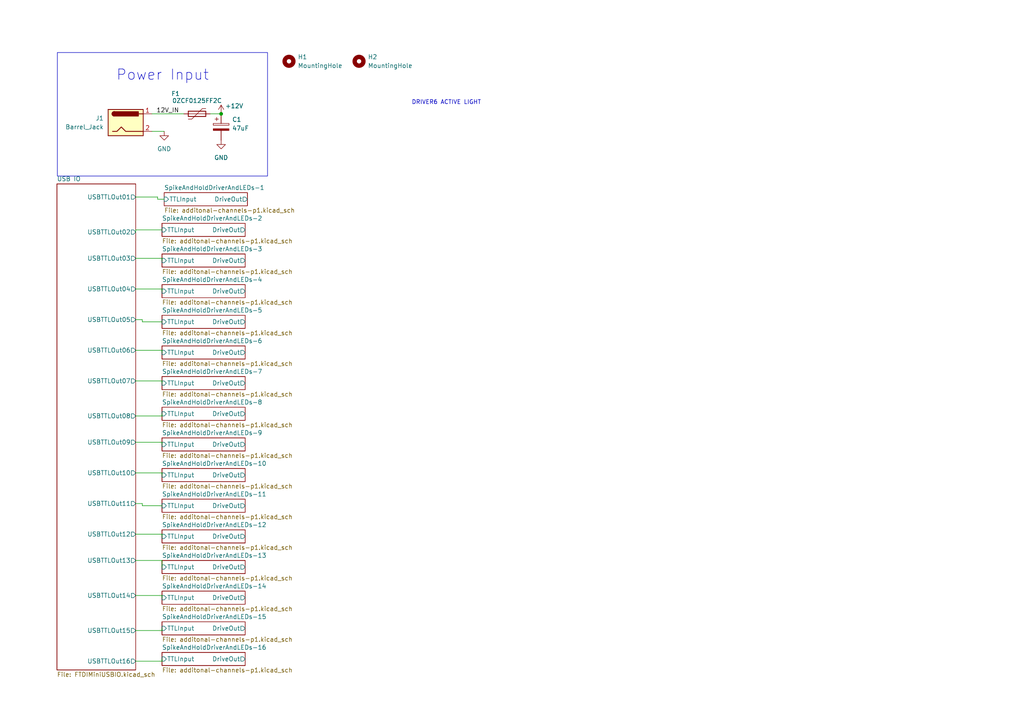
<source format=kicad_sch>
(kicad_sch (version 20231120) (generator "eeschema") (generator_version "8.0")
  (paper "A4")
  (title_block (title "16 Channel PWM Solenoid Driver - USB") (date "2024-06-12") (rev "3") (company "Boston University"))
  (lib_symbols
    (symbol "Connector:Barrel_Jack" (pin_names (offset 1.016))
      (property "Reference" "J" (at 0 5.334 0))
      (property "Value" "Barrel_Jack" (at 0 -5.08 0))
      (symbol "Barrel_Jack_0_1"
        (rectangle (start -5.08 3.81) (end 5.08 -3.81) (stroke (width 0.254)) (fill (type background)))
        (arc (start -3.302 3.175) (mid -3.9343 2.54) (end -3.302 1.905) (stroke (width 0.254)))
        (arc (start -3.302 3.175) (mid -3.9343 2.54) (end -3.302 1.905) (stroke (width 0.254)) (fill (type outline)))
        (polyline (pts (xy 5.08 2.54) (xy 3.81 2.54)) (stroke (width 0.254)))
        (polyline (pts (xy -3.81 -2.54) (xy -2.54 -2.54) (xy -1.27 -1.27) (xy 0 -2.54) (xy 2.54 -2.54) (xy 5.08 -2.54)) (stroke (width 0.254)))
        (rectangle (start 3.683 3.175) (end -3.302 1.905) (stroke (width 0.254)) (fill (type outline)))
      )
      (symbol "Barrel_Jack_1_1"
        (pin passive line (at 7.62 2.54 180) (length 2.54) (name "~") (number "1"))
        (pin passive line (at 7.62 -2.54 180) (length 2.54) (name "~") (number "2"))
      )
    )
    (symbol "Device:C_Polarized" (pin_numbers hide) (pin_names (offset 0.254))
      (property "Reference" "C" (at 0.635 2.54 0))
      (property "Value" "C_Polarized" (at 0.635 -2.54 0))
      (symbol "C_Polarized_0_1"
        (rectangle (start -2.286 0.508) (end 2.286 1.016))
        (polyline (pts (xy -1.778 2.286) (xy -0.762 2.286)))
        (polyline (pts (xy -1.27 2.794) (xy -1.27 1.778)))
        (rectangle (start 2.286 -0.508) (end -2.286 -1.016) (fill (type outline)))
      )
      (symbol "C_Polarized_1_1"
        (pin passive line (at 0 3.81 270) (length 2.794) (name "~") (number "1"))
        (pin passive line (at 0 -3.81 90) (length 2.794) (name "~") (number "2"))
      )
    )
    (symbol "Device:Polyfuse" (pin_numbers hide) (pin_names (offset 0))
      (property "Reference" "F" (at -2.54 0 90))
      (property "Value" "Polyfuse" (at 2.54 0 90))
      (symbol "Polyfuse_0_1"
        (rectangle (start -0.762 2.54) (end 0.762 -2.54) (stroke (width 0.254)))
        (polyline (pts (xy 0 2.54) (xy 0 -2.54)))
        (polyline (pts (xy -1.524 2.54) (xy -1.524 1.524) (xy 1.524 -1.524) (xy 1.524 -2.54)))
      )
      (symbol "Polyfuse_1_1"
        (pin passive line (at 0 3.81 270) (length 1.27) (name "~") (number "1"))
        (pin passive line (at 0 -3.81 90) (length 1.27) (name "~") (number "2"))
      )
    )
    (symbol "Mechanical:MountingHole" (pin_names (offset 1.016))
      (property "Reference" "H" (at 0 5.08 0))
      (property "Value" "MountingHole" (at 0 3.175 0))
      (symbol "MountingHole_0_1"
        (circle (center 0 0) (radius 1.27) (stroke (width 1.27)))
      )
    )
    (symbol "power:+12V" (power) (pin_names (offset 0))
      (property "Value" "+12V" (at 0 3.556 0))
      (symbol "+12V_0_1"
        (polyline (pts (xy -0.762 1.27) (xy 0 2.54)))
        (polyline (pts (xy 0 0) (xy 0 2.54)))
        (polyline (pts (xy 0 2.54) (xy 0.762 1.27)))
      )
      (symbol "+12V_1_1"
        (pin power_in line (at 0 0 90) (length 0) hide (name "+12V") (number "1"))
      )
    )
    (symbol "power:GND" (power) (pin_names (offset 0))
      (property "Value" "GND" (at 0 -3.81 0))
      (symbol "GND_0_1"
        (polyline (pts (xy 0 0) (xy 0 -1.27) (xy 1.27 -1.27) (xy 0 -2.54) (xy -1.27 -1.27) (xy 0 -1.27)))
      )
      (symbol "GND_1_1"
        (pin power_in line (at 0 0 270) (length 0) hide (name "GND") (number "1"))
      )
    )
  )
  (junction (at 64.135 33.02))
  (wire (pts (xy 39.37 137.16) (xy 46.99 137.16)))
  (wire (pts (xy 39.37 128.27) (xy 46.99 128.27)))
  (wire (pts (xy 46.99 128.27) (xy 46.99 128.905)))
  (wire (pts (xy 39.37 172.72) (xy 46.99 172.72)))
  (wire (pts (xy 46.99 120.65) (xy 46.99 120.015)))
  (wire (pts (xy 39.37 66.675) (xy 39.37 67.31)))
  (wire (pts (xy 39.37 162.56) (xy 46.99 162.56)))
  (wire (pts (xy 39.37 146.05) (xy 41.275 146.05)))
  (wire (pts (xy 46.99 83.82) (xy 46.99 84.455)))
  (wire (pts (xy 39.37 110.49) (xy 46.99 110.49)))
  (wire (pts (xy 46.99 137.16) (xy 46.99 137.795)))
  (wire (pts (xy 41.275 92.71) (xy 41.275 93.345)))
  (wire (pts (xy 46.99 74.93) (xy 46.99 75.565)))
  (wire (pts (xy 46.99 101.6) (xy 46.99 102.235)))
  (wire (pts (xy 39.37 83.82) (xy 46.99 83.82)))
  (wire (pts (xy 46.99 162.56) (xy 46.99 164.465)))
  (wire (pts (xy 46.99 172.72) (xy 46.99 173.355)))
  (wire (pts (xy 45.72 57.785) (xy 47.625 57.785)))
  (wire (pts (xy 45.72 57.15) (xy 39.37 57.15)))
  (wire (pts (xy 39.37 154.94) (xy 46.99 154.94)))
  (wire (pts (xy 41.275 146.685) (xy 46.99 146.685)))
  (wire (pts (xy 44.069 33.02) (xy 53.34 33.02)))
  (wire (pts (xy 39.37 182.88) (xy 46.99 182.88)))
  (wire (pts (xy 46.99 154.94) (xy 46.99 155.575)))
  (wire (pts (xy 46.99 66.675) (xy 39.37 66.675)))
  (wire (pts (xy 39.37 191.77) (xy 46.99 191.77)))
  (wire (pts (xy 60.96 33.02) (xy 64.135 33.02)))
  (wire (pts (xy 39.37 74.93) (xy 46.99 74.93)))
  (wire (pts (xy 41.275 93.345) (xy 46.99 93.345)))
  (wire (pts (xy 46.99 110.49) (xy 46.99 111.125)))
  (wire (pts (xy 46.99 191.77) (xy 46.99 191.135)))
  (wire (pts (xy 41.275 146.05) (xy 41.275 146.685)))
  (wire (pts (xy 39.37 92.71) (xy 41.275 92.71)))
  (wire (pts (xy 46.99 182.88) (xy 46.99 182.245)))
  (wire (pts (xy 39.37 101.6) (xy 46.99 101.6)))
  (wire (pts (xy 39.37 120.65) (xy 46.99 120.65)))
  (wire (pts (xy 45.72 57.785) (xy 45.72 57.15)))
  (wire (pts (xy 44.069 38.1) (xy 47.625 38.1)))
  (rectangle (start 16.637 15.24) (end 77.597 51.054))
  (text "Power Input" (at 33.655 23.622 0) (effects (font (size 3 3)) (justify left bottom)))
  (text "DRIVER6 ACTIVE LIGHT" (at 119.38 30.48 0) (effects (font (size 1.2 1.2)) (justify left bottom)))
  (label "12V_IN" (at 45.339 33.02 0))
  (symbol (lib_id "Device:C_Polarized") (at 64.135 36.83 0) (unit 1)
    (property "Reference" "C1" (at 67.31 34.6709 0) (effects (justify left)))
    (property "Value" "47uF" (at 67.31 37.2109 0) (effects (justify left)))
    (property "Footprint" "Capacitor_Tantalum_SMD:CP_EIA-7343-43_Kemet-X_Pad2.25x2.55mm_HandSolder" (effects (hide yes)))
    (property "PartNum" "T491X476K035AT" (effects (hide yes)))
    (property "Mfg" "Kemet" (effects (hide yes)))
  )
  (symbol (lib_id "power:+12V") (at 64.135 33.02 0) (unit 1)
    (property "Reference" "#PWR01" (effects (hide yes)))
    (property "Value" "+12V" (at 67.945 30.734 0))
  )
  (symbol (lib_id "power:GND") (at 47.625 38.1 0) (unit 1)
    (property "Reference" "#PWR02" (effects (hide yes)))
    (property "Value" "GND" (at 47.625 43.18 0))
  )
  (symbol (lib_id "Connector:Barrel_Jack") (at 36.449 35.56 0) (unit 1)
    (property "Reference" "J1" (at 30.099 34.29 0) (effects (justify right)))
    (property "Value" "Barrel_Jack" (at 30.099 36.83 0) (effects (justify right)))
    (property "Footprint" "Connector_BarrelJack:BarrelJack_CUI_PJ-063AH_Horizontal" (effects (hide yes)))
    (property "PartNum" "PJ-063AH" (effects (hide yes)))
    (property "Mfg" "CUI" (effects (hide yes)))
  )
  (symbol (lib_id "Mechanical:MountingHole") (at 83.82 17.78 0) (unit 1)
    (property "Reference" "H1" (at 86.36 16.51 0) (effects (justify left)))
    (property "Value" "MountingHole" (at 86.36 19.05 0) (effects (justify left)))
    (property "Footprint" "MountingHole:MountingHole_2.2mm_M2_Pad" (effects (hide yes)))
  )
  (symbol (lib_id "Mechanical:MountingHole") (at 104.14 17.78 0) (unit 1)
    (property "Reference" "H2" (at 106.68 16.51 0) (effects (justify left)))
    (property "Value" "MountingHole" (at 106.68 19.05 0) (effects (justify left)))
    (property "Footprint" "MountingHole:MountingHole_2.2mm_M2_Pad" (effects (hide yes)))
  )
  (symbol (lib_id "Device:Polyfuse") (at 57.15 33.02 90) (unit 1)
    (property "Reference" "F1" (at 50.927 27.178 90))
    (property "Value" "0ZCF0125FF2C" (at 57.15 29.21 90))
    (property "Footprint" "Fuse:Fuse_2920_7451Metric" (effects (hide yes)))
    (property "PartNum" "0ZCF0125FF2C" (effects (hide yes)))
    (property "Mfg" "Bel Fuse" (effects (hide yes)))
  )
  (symbol (lib_id "power:GND") (at 64.135 40.64 0) (unit 1)
    (property "Reference" "#PWR03" (effects (hide yes)))
    (property "Value" "GND" (at 64.135 45.72 0))
  )
  (sheet (at 46.99 189.23) (size 24.13 3.81) (stroke (width 0.1524))
    (property "Sheetname" "SpikeAndHoldDriverAndLEDs-16" (at 46.99 188.5184 0) (effects (justify left bottom)))
    (property "Sheetfile" "additonal-channels-p1.kicad_sch" (at 46.99 193.6246 0) (effects (justify left top)))
    (pin "DriveOut" output (at 71.12 191.135 0))
    (pin "TTLInput" input (at 46.99 191.135 180))
  )
  (sheet (at 46.99 100.33) (size 24.13 3.81) (stroke (width 0.1524))
    (property "Sheetname" "SpikeAndHoldDriverAndLEDs-6" (at 46.99 99.6184 0) (effects (justify left bottom)))
    (property "Sheetfile" "additonal-channels-p1.kicad_sch" (at 46.99 104.7246 0) (effects (justify left top)))
    (pin "DriveOut" output (at 71.12 102.235 0))
    (pin "TTLInput" input (at 46.99 102.235 180))
  )
  (sheet (at 46.99 109.22) (size 24.13 3.81) (stroke (width 0.1524))
    (property "Sheetname" "SpikeAndHoldDriverAndLEDs-7" (at 46.99 108.5084 0) (effects (justify left bottom)))
    (property "Sheetfile" "additonal-channels-p1.kicad_sch" (at 46.99 113.6146 0) (effects (justify left top)))
    (pin "DriveOut" output (at 71.12 111.125 0))
    (pin "TTLInput" input (at 46.99 111.125 180))
  )
  (sheet (at 46.99 144.78) (size 24.13 3.81) (stroke (width 0.1524))
    (property "Sheetname" "SpikeAndHoldDriverAndLEDs-11" (at 46.99 144.0684 0) (effects (justify left bottom)))
    (property "Sheetfile" "additonal-channels-p1.kicad_sch" (at 46.99 149.1746 0) (effects (justify left top)))
    (pin "DriveOut" output (at 71.12 146.685 0))
    (pin "TTLInput" input (at 46.99 146.685 180))
  )
  (sheet (at 46.99 171.45) (size 24.13 3.81) (stroke (width 0.1524))
    (property "Sheetname" "SpikeAndHoldDriverAndLEDs-14" (at 46.99 170.7384 0) (effects (justify left bottom)))
    (property "Sheetfile" "additonal-channels-p1.kicad_sch" (at 46.99 175.8446 0) (effects (justify left top)))
    (pin "DriveOut" output (at 71.12 173.355 0))
    (pin "TTLInput" input (at 46.99 173.355 180))
  )
  (sheet (at 46.99 135.89) (size 24.13 3.81) (stroke (width 0.1524))
    (property "Sheetname" "SpikeAndHoldDriverAndLEDs-10" (at 46.99 135.1784 0) (effects (justify left bottom)))
    (property "Sheetfile" "additonal-channels-p1.kicad_sch" (at 46.99 140.2846 0) (effects (justify left top)))
    (pin "DriveOut" output (at 71.12 137.795 0))
    (pin "TTLInput" input (at 46.99 137.795 180))
  )
  (sheet (at 46.99 127) (size 24.13 3.81) (stroke (width 0.1524))
    (property "Sheetname" "SpikeAndHoldDriverAndLEDs-9" (at 46.99 126.2884 0) (effects (justify left bottom)))
    (property "Sheetfile" "additonal-channels-p1.kicad_sch" (at 46.99 131.3946 0) (effects (justify left top)))
    (pin "DriveOut" output (at 71.12 128.905 0))
    (pin "TTLInput" input (at 46.99 128.905 180))
  )
  (sheet (at 46.99 180.34) (size 24.13 3.81) (stroke (width 0.1524))
    (property "Sheetname" "SpikeAndHoldDriverAndLEDs-15" (at 46.99 179.6284 0) (effects (justify left bottom)))
    (property "Sheetfile" "additonal-channels-p1.kicad_sch" (at 46.99 184.7346 0) (effects (justify left top)))
    (pin "DriveOut" output (at 71.12 182.245 0))
    (pin "TTLInput" input (at 46.99 182.245 180))
  )
  (sheet (at 46.99 91.44) (size 24.13 3.81) (stroke (width 0.1524))
    (property "Sheetname" "SpikeAndHoldDriverAndLEDs-5" (at 46.99 90.7284 0) (effects (justify left bottom)))
    (property "Sheetfile" "additonal-channels-p1.kicad_sch" (at 46.99 95.8346 0) (effects (justify left top)))
    (pin "DriveOut" output (at 71.12 93.345 0))
    (pin "TTLInput" input (at 46.99 93.345 180))
  )
  (sheet (at 46.99 118.11) (size 24.13 3.81) (stroke (width 0.1524))
    (property "Sheetname" "SpikeAndHoldDriverAndLEDs-8" (at 46.99 117.3984 0) (effects (justify left bottom)))
    (property "Sheetfile" "additonal-channels-p1.kicad_sch" (at 46.99 122.5046 0) (effects (justify left top)))
    (pin "DriveOut" output (at 71.12 120.015 0))
    (pin "TTLInput" input (at 46.99 120.015 180))
  )
  (sheet (at 16.51 53.34) (size 22.86 140.97) (stroke (width 0.1524))
    (property "Sheetname" "USB IO" (at 16.51 52.6284 0) (effects (justify left bottom)))
    (property "Sheetfile" "FTDIMiniUSBIO.kicad_sch" (at 16.51 194.8946 0) (effects (justify left top)))
    (pin "USBTTLOut01" output (at 39.37 57.15 0))
    (pin "USBTTLOut07" output (at 39.37 110.49 0))
    (pin "USBTTLOut08" output (at 39.37 120.65 0))
    (pin "USBTTLOut04" output (at 39.37 83.82 0))
    (pin "USBTTLOut05" output (at 39.37 92.71 0))
    (pin "USBTTLOut06" output (at 39.37 101.6 0))
    (pin "USBTTLOut02" output (at 39.37 67.31 0))
    (pin "USBTTLOut03" output (at 39.37 74.93 0))
    (pin "USBTTLOut16" output (at 39.37 191.77 0))
    (pin "USBTTLOut14" output (at 39.37 172.72 0))
    (pin "USBTTLOut15" output (at 39.37 182.88 0))
    (pin "USBTTLOut10" output (at 39.37 137.16 0))
    (pin "USBTTLOut11" output (at 39.37 146.05 0))
    (pin "USBTTLOut09" output (at 39.37 128.27 0))
    (pin "USBTTLOut12" output (at 39.37 154.94 0))
    (pin "USBTTLOut13" output (at 39.37 162.56 0))
  )
  (sheet (at 46.99 82.55) (size 24.13 3.81) (stroke (width 0.1524))
    (property "Sheetname" "SpikeAndHoldDriverAndLEDs-4" (at 46.99 81.8384 0) (effects (justify left bottom)))
    (property "Sheetfile" "additonal-channels-p1.kicad_sch" (at 46.99 86.9446 0) (effects (justify left top)))
    (pin "DriveOut" output (at 71.12 84.455 0))
    (pin "TTLInput" input (at 46.99 84.455 180))
  )
  (sheet (at 46.99 153.67) (size 24.13 3.81) (stroke (width 0.1524))
    (property "Sheetname" "SpikeAndHoldDriverAndLEDs-12" (at 46.99 152.9584 0) (effects (justify left bottom)))
    (property "Sheetfile" "additonal-channels-p1.kicad_sch" (at 46.99 158.0646 0) (effects (justify left top)))
    (pin "DriveOut" output (at 71.12 155.575 0))
    (pin "TTLInput" input (at 46.99 155.575 180))
  )
  (sheet (at 46.99 64.77) (size 24.13 3.81) (stroke (width 0.1524))
    (property "Sheetname" "SpikeAndHoldDriverAndLEDs-2" (at 46.99 64.0584 0) (effects (justify left bottom)))
    (property "Sheetfile" "additonal-channels-p1.kicad_sch" (at 46.99 69.1646 0) (effects (justify left top)))
    (pin "DriveOut" output (at 71.12 66.675 0))
    (pin "TTLInput" input (at 46.99 66.675 180))
  )
  (sheet (at 46.99 73.66) (size 24.13 3.81) (stroke (width 0.1524))
    (property "Sheetname" "SpikeAndHoldDriverAndLEDs-3" (at 46.99 72.9484 0) (effects (justify left bottom)))
    (property "Sheetfile" "additonal-channels-p1.kicad_sch" (at 46.99 78.0546 0) (effects (justify left top)))
    (pin "DriveOut" output (at 71.12 75.565 0))
    (pin "TTLInput" input (at 46.99 75.565 180))
  )
  (sheet (at 46.99 162.56) (size 24.13 3.81) (stroke (width 0.1524))
    (property "Sheetname" "SpikeAndHoldDriverAndLEDs-13" (at 46.99 161.8484 0) (effects (justify left bottom)))
    (property "Sheetfile" "additonal-channels-p1.kicad_sch" (at 46.99 166.9546 0) (effects (justify left top)))
    (pin "DriveOut" output (at 71.12 164.465 0))
    (pin "TTLInput" input (at 46.99 164.465 180))
  )
  (sheet (at 47.625 55.88) (size 24.13 3.81) (stroke (width 0.1524))
    (property "Sheetname" "SpikeAndHoldDriverAndLEDs-1" (at 47.625 55.1684 0) (effects (justify left bottom)))
    (property "Sheetfile" "additonal-channels-p1.kicad_sch" (at 47.625 60.2746 0) (effects (justify left top)))
    (pin "DriveOut" output (at 71.755 57.785 0))
    (pin "TTLInput" input (at 47.625 57.785 180))
  )
)
</source>
